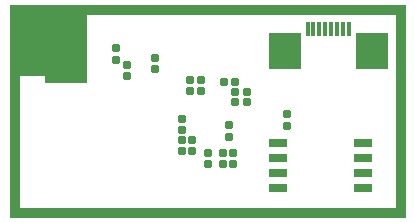
<source format=gbs>
G04*
G04 #@! TF.GenerationSoftware,Altium Limited,Altium Designer,23.3.1 (30)*
G04*
G04 Layer_Color=16711935*
%FSAX44Y44*%
%MOMM*%
G71*
G04*
G04 #@! TF.SameCoordinates,E4202109-5C2D-4CF9-8B46-EFF2A95DF25D*
G04*
G04*
G04 #@! TF.FilePolarity,Negative*
G04*
G01*
G75*
G04:AMPARAMS|DCode=63|XSize=0.7mm|YSize=0.7mm|CornerRadius=0.2mm|HoleSize=0mm|Usage=FLASHONLY|Rotation=90.000|XOffset=0mm|YOffset=0mm|HoleType=Round|Shape=RoundedRectangle|*
%AMROUNDEDRECTD63*
21,1,0.7000,0.3000,0,0,90.0*
21,1,0.3000,0.7000,0,0,90.0*
1,1,0.4000,0.1500,0.1500*
1,1,0.4000,0.1500,-0.1500*
1,1,0.4000,-0.1500,-0.1500*
1,1,0.4000,-0.1500,0.1500*
%
%ADD63ROUNDEDRECTD63*%
G04:AMPARAMS|DCode=65|XSize=0.7mm|YSize=0.7mm|CornerRadius=0.2mm|HoleSize=0mm|Usage=FLASHONLY|Rotation=180.000|XOffset=0mm|YOffset=0mm|HoleType=Round|Shape=RoundedRectangle|*
%AMROUNDEDRECTD65*
21,1,0.7000,0.3000,0,0,180.0*
21,1,0.3000,0.7000,0,0,180.0*
1,1,0.4000,-0.1500,0.1500*
1,1,0.4000,0.1500,0.1500*
1,1,0.4000,0.1500,-0.1500*
1,1,0.4000,-0.1500,-0.1500*
%
%ADD65ROUNDEDRECTD65*%
%ADD86R,2.7500X3.0500*%
%ADD87R,0.3500X1.2500*%
%ADD88R,1.6500X0.6500*%
G36*
X00269000Y00434000D02*
X00544150D01*
Y00254050D01*
X00209000D01*
Y00374000D01*
X00208998D01*
Y00434001D01*
X00269000D01*
Y00434000D01*
D02*
G37*
%LPC*%
G36*
X00535917Y00426050D02*
X00274600D01*
Y00368400D01*
X00239000D01*
Y00374000D01*
X00217250Y00374000D01*
Y00262250D01*
X00535917D01*
Y00426050D01*
D02*
G37*
%LPD*%
D63*
X00308000Y00383276D02*
D03*
X00307999Y00373624D02*
D03*
X00354500Y00319826D02*
D03*
X00354499Y00310174D02*
D03*
X00443599Y00331924D02*
D03*
X00443600Y00341576D02*
D03*
X00370750Y00361124D02*
D03*
X00394602Y00332152D02*
D03*
X00398000Y00309026D02*
D03*
X00389500D02*
D03*
X00376301D02*
D03*
X00332250Y00389202D02*
D03*
X00361750Y00361124D02*
D03*
X00298580Y00387874D02*
D03*
X00354501Y00337886D02*
D03*
X00363500Y00319826D02*
D03*
X00332249Y00379550D02*
D03*
X00376300Y00299374D02*
D03*
X00354500Y00328234D02*
D03*
X00389499Y00299374D02*
D03*
X00298581Y00397526D02*
D03*
X00370751Y00370776D02*
D03*
X00361751D02*
D03*
X00363499Y00310174D02*
D03*
X00397999Y00299374D02*
D03*
X00394601Y00322500D02*
D03*
D65*
X00389924Y00369201D02*
D03*
X00399924Y00360200D02*
D03*
Y00351950D02*
D03*
X00409576Y00360199D02*
D03*
X00399576Y00369200D02*
D03*
X00409576Y00351949D02*
D03*
D86*
X00441700Y00394850D02*
D03*
X00515300D02*
D03*
D87*
X00496000Y00413450D02*
D03*
X00491000D02*
D03*
X00486000D02*
D03*
X00481000D02*
D03*
X00476000D02*
D03*
X00471000D02*
D03*
X00466000D02*
D03*
X00461000D02*
D03*
D88*
X00508250Y00279150D02*
D03*
X00436250Y00317250D02*
D03*
Y00304550D02*
D03*
Y00291850D02*
D03*
Y00279150D02*
D03*
X00508250Y00291850D02*
D03*
Y00304550D02*
D03*
Y00317250D02*
D03*
M02*

</source>
